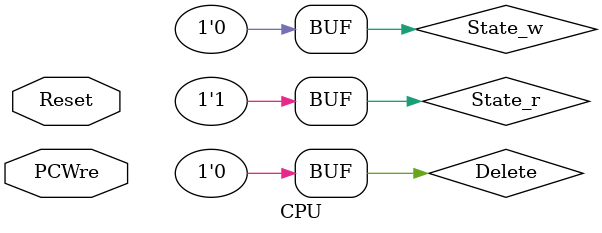
<source format=v>
module CPU(
	input Reset,
	input PCWre
);
	wire[31:0] address; // 指令地址
	wire[31:0] instr; // 指令
	wire[9:0] alu_op; // alu操作码
	wire[4:0] rs1; // rs1地址
	wire[4:0] rs2; // rs2地址
	wire[4:0] rd; // rd地址
	wire State_r=1; // 读取位
	wire State_w=0; // 写入位
	wire[31:0] rs1_data,rs2_data,rd_data; // rs1,rs2,rd数据
	wire Delete=0;

	// 生成地址
	AGU agu(
		._Rest(Reset),
		.PCWre(PCWre),
		.address(address)
	);
	// 取指令
	IMemory imemory(
		.address(address),
		.instr(instr)
	);
	// 译码
	decoder decoder(
		.instr(instr),
		.alu_op(alu_op),
		.rs1(rs1),
		.rs2(rs2),
		.rd(rd)
	);
	// 取寄存器值
	Regfile regfile_1(
		.State(State_r),
		.address_1(rs1),
		.address_2(rs2),
		.data_1(rs1_data),
		.data_2(rs2_data)
	);
	// 计算
	ALU alu(
		.rs1_num(rs1_data),
		.rs2_num(rs2_data),
		.alu_op(alu_op),
		.rd_num(rd_data)
	);
	// 访存
	DMemory dmemory(
		.Delete(Delete),
		.State(State_w),
		.data_w(rd_data),
		.address(rd)
	);
	// 回写
	Regfile regfile_3(
		.State(State_w),
		.address_1(rd),
		.data_w(rd_data)
	);
endmodule
</source>
